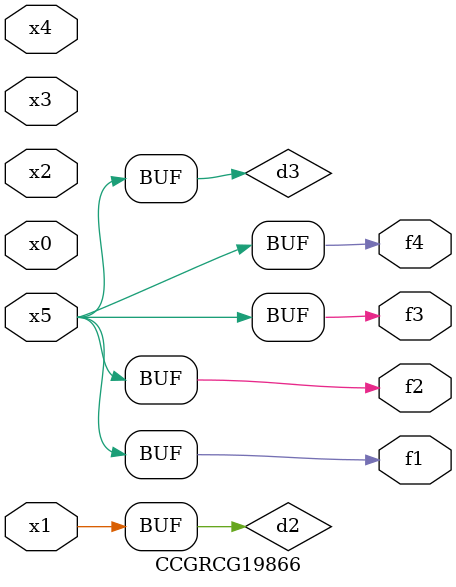
<source format=v>
module CCGRCG19866(
	input x0, x1, x2, x3, x4, x5,
	output f1, f2, f3, f4
);

	wire d1, d2, d3;

	not (d1, x5);
	or (d2, x1);
	xnor (d3, d1);
	assign f1 = d3;
	assign f2 = d3;
	assign f3 = d3;
	assign f4 = d3;
endmodule

</source>
